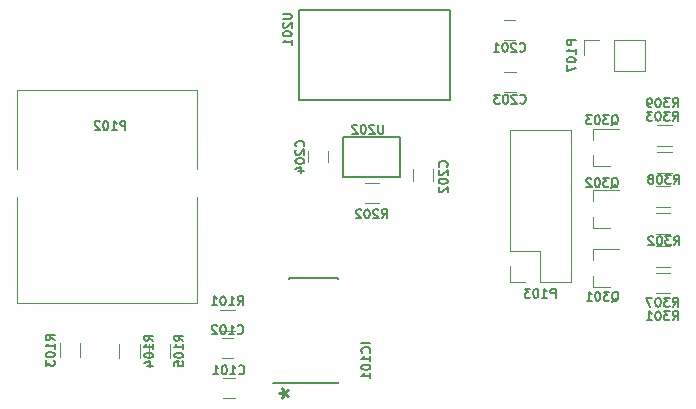
<source format=gbr>
G04 #@! TF.FileFunction,Legend,Bot*
%FSLAX46Y46*%
G04 Gerber Fmt 4.6, Leading zero omitted, Abs format (unit mm)*
G04 Created by KiCad (PCBNEW 4.0.0-rc1-stable) date 05/10/2017 19:39:07*
%MOMM*%
G01*
G04 APERTURE LIST*
%ADD10C,0.100000*%
%ADD11C,0.254000*%
%ADD12C,0.150000*%
%ADD13C,0.120000*%
%ADD14C,0.127000*%
G04 APERTURE END LIST*
D10*
D11*
X185846333Y-108470000D02*
X186269667Y-108470000D01*
X186100333Y-108046667D02*
X186269667Y-108470000D01*
X186100333Y-108893334D01*
X186608333Y-108216000D02*
X186269667Y-108470000D01*
X186608333Y-108724000D01*
D12*
X186725000Y-107650000D02*
X186725000Y-107625000D01*
X190875000Y-107650000D02*
X190875000Y-107535000D01*
X190875000Y-98750000D02*
X190875000Y-98865000D01*
X186725000Y-98750000D02*
X186725000Y-98865000D01*
X186725000Y-107650000D02*
X190875000Y-107650000D01*
X186725000Y-98750000D02*
X190875000Y-98750000D01*
X186725000Y-107625000D02*
X185350000Y-107625000D01*
D13*
X212440000Y-99480000D02*
X212440000Y-98550000D01*
X212440000Y-96320000D02*
X212440000Y-97250000D01*
X212440000Y-96320000D02*
X214600000Y-96320000D01*
X212440000Y-99480000D02*
X213900000Y-99480000D01*
X212440000Y-94480000D02*
X212440000Y-93550000D01*
X212440000Y-91320000D02*
X212440000Y-92250000D01*
X212440000Y-91320000D02*
X214600000Y-91320000D01*
X212440000Y-94480000D02*
X213900000Y-94480000D01*
X212440000Y-89280000D02*
X212440000Y-88350000D01*
X212440000Y-86120000D02*
X212440000Y-87050000D01*
X212440000Y-86120000D02*
X214600000Y-86120000D01*
X212440000Y-89280000D02*
X213900000Y-89280000D01*
D12*
X191300000Y-86800000D02*
X191300000Y-90200000D01*
X191300000Y-90200000D02*
X196100000Y-90200000D01*
X196100000Y-90200000D02*
X196100000Y-86800000D01*
X196100000Y-86800000D02*
X191300000Y-86800000D01*
X187525000Y-83675000D02*
X200325000Y-83675000D01*
X200325000Y-83675000D02*
X200325000Y-76075000D01*
X200325000Y-76075000D02*
X187525000Y-76075000D01*
X187525000Y-76075000D02*
X187525000Y-83675000D01*
D13*
X205370000Y-86260000D02*
X210570000Y-86260000D01*
X205370000Y-96480000D02*
X205370000Y-86260000D01*
X210570000Y-99080000D02*
X210570000Y-86260000D01*
X205370000Y-96480000D02*
X207970000Y-96480000D01*
X207970000Y-96480000D02*
X207970000Y-99080000D01*
X207970000Y-99080000D02*
X210570000Y-99080000D01*
X205370000Y-97750000D02*
X205370000Y-99080000D01*
X205370000Y-99080000D02*
X206700000Y-99080000D01*
X163690000Y-82840000D02*
X178930000Y-82840000D01*
X178930000Y-100870000D02*
X178920000Y-91880000D01*
X178930000Y-100870000D02*
X163690000Y-100870000D01*
X163690000Y-100870000D02*
X163690000Y-91870000D01*
X178920000Y-89540000D02*
X178930000Y-82840000D01*
X163690000Y-89550000D02*
X163690000Y-82840000D01*
X216830000Y-78570000D02*
X216830000Y-81230000D01*
X214230000Y-78570000D02*
X216830000Y-78570000D01*
X214230000Y-81230000D02*
X216830000Y-81230000D01*
X214230000Y-78570000D02*
X214230000Y-81230000D01*
X212960000Y-78570000D02*
X211630000Y-78570000D01*
X211630000Y-78570000D02*
X211630000Y-79900000D01*
X181100000Y-107220000D02*
X182100000Y-107220000D01*
X182100000Y-108920000D02*
X181100000Y-108920000D01*
X180983000Y-103798000D02*
X181983000Y-103798000D01*
X181983000Y-105498000D02*
X180983000Y-105498000D01*
X205860000Y-78610000D02*
X204860000Y-78610000D01*
X204860000Y-76910000D02*
X205860000Y-76910000D01*
X197190000Y-90520000D02*
X197190000Y-89520000D01*
X198890000Y-89520000D02*
X198890000Y-90520000D01*
X205900000Y-82990000D02*
X204900000Y-82990000D01*
X204900000Y-81290000D02*
X205900000Y-81290000D01*
X188303800Y-88968200D02*
X188303800Y-87968200D01*
X190003800Y-87968200D02*
X190003800Y-88968200D01*
X180883000Y-103242000D02*
X182083000Y-103242000D01*
X182083000Y-101482000D02*
X180883000Y-101482000D01*
X169030000Y-105470000D02*
X169030000Y-104270000D01*
X167270000Y-104270000D02*
X167270000Y-105470000D01*
X172320000Y-104320000D02*
X172320000Y-105520000D01*
X174080000Y-105520000D02*
X174080000Y-104320000D01*
X174870000Y-104320000D02*
X174870000Y-105520000D01*
X176630000Y-105520000D02*
X176630000Y-104320000D01*
X193090000Y-92440000D02*
X194290000Y-92440000D01*
X194290000Y-90680000D02*
X193090000Y-90680000D01*
X217790000Y-100060000D02*
X218990000Y-100060000D01*
X218990000Y-98300000D02*
X217790000Y-98300000D01*
X217790000Y-95010000D02*
X218990000Y-95010000D01*
X218990000Y-93250000D02*
X217790000Y-93250000D01*
X217890000Y-89860000D02*
X219090000Y-89860000D01*
X219090000Y-88100000D02*
X217890000Y-88100000D01*
X218990000Y-96050000D02*
X217790000Y-96050000D01*
X217790000Y-97810000D02*
X218990000Y-97810000D01*
X218990000Y-91000000D02*
X217790000Y-91000000D01*
X217790000Y-92760000D02*
X218990000Y-92760000D01*
X219090000Y-85800000D02*
X217890000Y-85800000D01*
X217890000Y-87560000D02*
X219090000Y-87560000D01*
D14*
X193589714Y-104270430D02*
X192827714Y-104270430D01*
X193517143Y-105068715D02*
X193553429Y-105032429D01*
X193589714Y-104923572D01*
X193589714Y-104851001D01*
X193553429Y-104742144D01*
X193480857Y-104669572D01*
X193408286Y-104633287D01*
X193263143Y-104597001D01*
X193154286Y-104597001D01*
X193009143Y-104633287D01*
X192936571Y-104669572D01*
X192864000Y-104742144D01*
X192827714Y-104851001D01*
X192827714Y-104923572D01*
X192864000Y-105032429D01*
X192900286Y-105068715D01*
X193589714Y-105794429D02*
X193589714Y-105359001D01*
X193589714Y-105576715D02*
X192827714Y-105576715D01*
X192936571Y-105504144D01*
X193009143Y-105431572D01*
X193045429Y-105359001D01*
X192827714Y-106266143D02*
X192827714Y-106338715D01*
X192864000Y-106411286D01*
X192900286Y-106447572D01*
X192972857Y-106483858D01*
X193118000Y-106520143D01*
X193299429Y-106520143D01*
X193444571Y-106483858D01*
X193517143Y-106447572D01*
X193553429Y-106411286D01*
X193589714Y-106338715D01*
X193589714Y-106266143D01*
X193553429Y-106193572D01*
X193517143Y-106157286D01*
X193444571Y-106121001D01*
X193299429Y-106084715D01*
X193118000Y-106084715D01*
X192972857Y-106121001D01*
X192900286Y-106157286D01*
X192864000Y-106193572D01*
X192827714Y-106266143D01*
X193589714Y-107245857D02*
X193589714Y-106810429D01*
X193589714Y-107028143D02*
X192827714Y-107028143D01*
X192936571Y-106955572D01*
X193009143Y-106883000D01*
X193045429Y-106810429D01*
X214031285Y-100747286D02*
X214103857Y-100711000D01*
X214176428Y-100638429D01*
X214285285Y-100529571D01*
X214357857Y-100493286D01*
X214430428Y-100493286D01*
X214394143Y-100674714D02*
X214466714Y-100638429D01*
X214539285Y-100565857D01*
X214575571Y-100420714D01*
X214575571Y-100166714D01*
X214539285Y-100021571D01*
X214466714Y-99949000D01*
X214394143Y-99912714D01*
X214249000Y-99912714D01*
X214176428Y-99949000D01*
X214103857Y-100021571D01*
X214067571Y-100166714D01*
X214067571Y-100420714D01*
X214103857Y-100565857D01*
X214176428Y-100638429D01*
X214249000Y-100674714D01*
X214394143Y-100674714D01*
X213813571Y-99912714D02*
X213341857Y-99912714D01*
X213595857Y-100203000D01*
X213486999Y-100203000D01*
X213414428Y-100239286D01*
X213378142Y-100275571D01*
X213341857Y-100348143D01*
X213341857Y-100529571D01*
X213378142Y-100602143D01*
X213414428Y-100638429D01*
X213486999Y-100674714D01*
X213704714Y-100674714D01*
X213777285Y-100638429D01*
X213813571Y-100602143D01*
X212870143Y-99912714D02*
X212797571Y-99912714D01*
X212725000Y-99949000D01*
X212688714Y-99985286D01*
X212652428Y-100057857D01*
X212616143Y-100203000D01*
X212616143Y-100384429D01*
X212652428Y-100529571D01*
X212688714Y-100602143D01*
X212725000Y-100638429D01*
X212797571Y-100674714D01*
X212870143Y-100674714D01*
X212942714Y-100638429D01*
X212979000Y-100602143D01*
X213015285Y-100529571D01*
X213051571Y-100384429D01*
X213051571Y-100203000D01*
X213015285Y-100057857D01*
X212979000Y-99985286D01*
X212942714Y-99949000D01*
X212870143Y-99912714D01*
X211890429Y-100674714D02*
X212325857Y-100674714D01*
X212108143Y-100674714D02*
X212108143Y-99912714D01*
X212180714Y-100021571D01*
X212253286Y-100094143D01*
X212325857Y-100130429D01*
X213998285Y-91117286D02*
X214070857Y-91081000D01*
X214143428Y-91008429D01*
X214252285Y-90899571D01*
X214324857Y-90863286D01*
X214397428Y-90863286D01*
X214361143Y-91044714D02*
X214433714Y-91008429D01*
X214506285Y-90935857D01*
X214542571Y-90790714D01*
X214542571Y-90536714D01*
X214506285Y-90391571D01*
X214433714Y-90319000D01*
X214361143Y-90282714D01*
X214216000Y-90282714D01*
X214143428Y-90319000D01*
X214070857Y-90391571D01*
X214034571Y-90536714D01*
X214034571Y-90790714D01*
X214070857Y-90935857D01*
X214143428Y-91008429D01*
X214216000Y-91044714D01*
X214361143Y-91044714D01*
X213780571Y-90282714D02*
X213308857Y-90282714D01*
X213562857Y-90573000D01*
X213453999Y-90573000D01*
X213381428Y-90609286D01*
X213345142Y-90645571D01*
X213308857Y-90718143D01*
X213308857Y-90899571D01*
X213345142Y-90972143D01*
X213381428Y-91008429D01*
X213453999Y-91044714D01*
X213671714Y-91044714D01*
X213744285Y-91008429D01*
X213780571Y-90972143D01*
X212837143Y-90282714D02*
X212764571Y-90282714D01*
X212692000Y-90319000D01*
X212655714Y-90355286D01*
X212619428Y-90427857D01*
X212583143Y-90573000D01*
X212583143Y-90754429D01*
X212619428Y-90899571D01*
X212655714Y-90972143D01*
X212692000Y-91008429D01*
X212764571Y-91044714D01*
X212837143Y-91044714D01*
X212909714Y-91008429D01*
X212946000Y-90972143D01*
X212982285Y-90899571D01*
X213018571Y-90754429D01*
X213018571Y-90573000D01*
X212982285Y-90427857D01*
X212946000Y-90355286D01*
X212909714Y-90319000D01*
X212837143Y-90282714D01*
X212292857Y-90355286D02*
X212256571Y-90319000D01*
X212184000Y-90282714D01*
X212002571Y-90282714D01*
X211930000Y-90319000D01*
X211893714Y-90355286D01*
X211857429Y-90427857D01*
X211857429Y-90500429D01*
X211893714Y-90609286D01*
X212329143Y-91044714D01*
X211857429Y-91044714D01*
X213998285Y-85817286D02*
X214070857Y-85781000D01*
X214143428Y-85708429D01*
X214252285Y-85599571D01*
X214324857Y-85563286D01*
X214397428Y-85563286D01*
X214361143Y-85744714D02*
X214433714Y-85708429D01*
X214506285Y-85635857D01*
X214542571Y-85490714D01*
X214542571Y-85236714D01*
X214506285Y-85091571D01*
X214433714Y-85019000D01*
X214361143Y-84982714D01*
X214216000Y-84982714D01*
X214143428Y-85019000D01*
X214070857Y-85091571D01*
X214034571Y-85236714D01*
X214034571Y-85490714D01*
X214070857Y-85635857D01*
X214143428Y-85708429D01*
X214216000Y-85744714D01*
X214361143Y-85744714D01*
X213780571Y-84982714D02*
X213308857Y-84982714D01*
X213562857Y-85273000D01*
X213453999Y-85273000D01*
X213381428Y-85309286D01*
X213345142Y-85345571D01*
X213308857Y-85418143D01*
X213308857Y-85599571D01*
X213345142Y-85672143D01*
X213381428Y-85708429D01*
X213453999Y-85744714D01*
X213671714Y-85744714D01*
X213744285Y-85708429D01*
X213780571Y-85672143D01*
X212837143Y-84982714D02*
X212764571Y-84982714D01*
X212692000Y-85019000D01*
X212655714Y-85055286D01*
X212619428Y-85127857D01*
X212583143Y-85273000D01*
X212583143Y-85454429D01*
X212619428Y-85599571D01*
X212655714Y-85672143D01*
X212692000Y-85708429D01*
X212764571Y-85744714D01*
X212837143Y-85744714D01*
X212909714Y-85708429D01*
X212946000Y-85672143D01*
X212982285Y-85599571D01*
X213018571Y-85454429D01*
X213018571Y-85273000D01*
X212982285Y-85127857D01*
X212946000Y-85055286D01*
X212909714Y-85019000D01*
X212837143Y-84982714D01*
X212329143Y-84982714D02*
X211857429Y-84982714D01*
X212111429Y-85273000D01*
X212002571Y-85273000D01*
X211930000Y-85309286D01*
X211893714Y-85345571D01*
X211857429Y-85418143D01*
X211857429Y-85599571D01*
X211893714Y-85672143D01*
X211930000Y-85708429D01*
X212002571Y-85744714D01*
X212220286Y-85744714D01*
X212292857Y-85708429D01*
X212329143Y-85672143D01*
X194688785Y-85760214D02*
X194688785Y-86377071D01*
X194652500Y-86449643D01*
X194616214Y-86485929D01*
X194543643Y-86522214D01*
X194398500Y-86522214D01*
X194325928Y-86485929D01*
X194289643Y-86449643D01*
X194253357Y-86377071D01*
X194253357Y-85760214D01*
X193926785Y-85832786D02*
X193890499Y-85796500D01*
X193817928Y-85760214D01*
X193636499Y-85760214D01*
X193563928Y-85796500D01*
X193527642Y-85832786D01*
X193491357Y-85905357D01*
X193491357Y-85977929D01*
X193527642Y-86086786D01*
X193963071Y-86522214D01*
X193491357Y-86522214D01*
X193019643Y-85760214D02*
X192947071Y-85760214D01*
X192874500Y-85796500D01*
X192838214Y-85832786D01*
X192801928Y-85905357D01*
X192765643Y-86050500D01*
X192765643Y-86231929D01*
X192801928Y-86377071D01*
X192838214Y-86449643D01*
X192874500Y-86485929D01*
X192947071Y-86522214D01*
X193019643Y-86522214D01*
X193092214Y-86485929D01*
X193128500Y-86449643D01*
X193164785Y-86377071D01*
X193201071Y-86231929D01*
X193201071Y-86050500D01*
X193164785Y-85905357D01*
X193128500Y-85832786D01*
X193092214Y-85796500D01*
X193019643Y-85760214D01*
X192475357Y-85832786D02*
X192439071Y-85796500D01*
X192366500Y-85760214D01*
X192185071Y-85760214D01*
X192112500Y-85796500D01*
X192076214Y-85832786D01*
X192039929Y-85905357D01*
X192039929Y-85977929D01*
X192076214Y-86086786D01*
X192511643Y-86522214D01*
X192039929Y-86522214D01*
X186157914Y-76384315D02*
X186774771Y-76384315D01*
X186847343Y-76420600D01*
X186883629Y-76456886D01*
X186919914Y-76529457D01*
X186919914Y-76674600D01*
X186883629Y-76747172D01*
X186847343Y-76783457D01*
X186774771Y-76819743D01*
X186157914Y-76819743D01*
X186230486Y-77146315D02*
X186194200Y-77182601D01*
X186157914Y-77255172D01*
X186157914Y-77436601D01*
X186194200Y-77509172D01*
X186230486Y-77545458D01*
X186303057Y-77581743D01*
X186375629Y-77581743D01*
X186484486Y-77545458D01*
X186919914Y-77110029D01*
X186919914Y-77581743D01*
X186157914Y-78053457D02*
X186157914Y-78126029D01*
X186194200Y-78198600D01*
X186230486Y-78234886D01*
X186303057Y-78271172D01*
X186448200Y-78307457D01*
X186629629Y-78307457D01*
X186774771Y-78271172D01*
X186847343Y-78234886D01*
X186883629Y-78198600D01*
X186919914Y-78126029D01*
X186919914Y-78053457D01*
X186883629Y-77980886D01*
X186847343Y-77944600D01*
X186774771Y-77908315D01*
X186629629Y-77872029D01*
X186448200Y-77872029D01*
X186303057Y-77908315D01*
X186230486Y-77944600D01*
X186194200Y-77980886D01*
X186157914Y-78053457D01*
X186919914Y-79033171D02*
X186919914Y-78597743D01*
X186919914Y-78815457D02*
X186157914Y-78815457D01*
X186266771Y-78742886D01*
X186339343Y-78670314D01*
X186375629Y-78597743D01*
X209258142Y-100424714D02*
X209258142Y-99662714D01*
X208967857Y-99662714D01*
X208895285Y-99699000D01*
X208859000Y-99735286D01*
X208822714Y-99807857D01*
X208822714Y-99916714D01*
X208859000Y-99989286D01*
X208895285Y-100025571D01*
X208967857Y-100061857D01*
X209258142Y-100061857D01*
X208097000Y-100424714D02*
X208532428Y-100424714D01*
X208314714Y-100424714D02*
X208314714Y-99662714D01*
X208387285Y-99771571D01*
X208459857Y-99844143D01*
X208532428Y-99880429D01*
X207625286Y-99662714D02*
X207552714Y-99662714D01*
X207480143Y-99699000D01*
X207443857Y-99735286D01*
X207407571Y-99807857D01*
X207371286Y-99953000D01*
X207371286Y-100134429D01*
X207407571Y-100279571D01*
X207443857Y-100352143D01*
X207480143Y-100388429D01*
X207552714Y-100424714D01*
X207625286Y-100424714D01*
X207697857Y-100388429D01*
X207734143Y-100352143D01*
X207770428Y-100279571D01*
X207806714Y-100134429D01*
X207806714Y-99953000D01*
X207770428Y-99807857D01*
X207734143Y-99735286D01*
X207697857Y-99699000D01*
X207625286Y-99662714D01*
X207117286Y-99662714D02*
X206645572Y-99662714D01*
X206899572Y-99953000D01*
X206790714Y-99953000D01*
X206718143Y-99989286D01*
X206681857Y-100025571D01*
X206645572Y-100098143D01*
X206645572Y-100279571D01*
X206681857Y-100352143D01*
X206718143Y-100388429D01*
X206790714Y-100424714D01*
X207008429Y-100424714D01*
X207081000Y-100388429D01*
X207117286Y-100352143D01*
X172848142Y-86224714D02*
X172848142Y-85462714D01*
X172557857Y-85462714D01*
X172485285Y-85499000D01*
X172449000Y-85535286D01*
X172412714Y-85607857D01*
X172412714Y-85716714D01*
X172449000Y-85789286D01*
X172485285Y-85825571D01*
X172557857Y-85861857D01*
X172848142Y-85861857D01*
X171687000Y-86224714D02*
X172122428Y-86224714D01*
X171904714Y-86224714D02*
X171904714Y-85462714D01*
X171977285Y-85571571D01*
X172049857Y-85644143D01*
X172122428Y-85680429D01*
X171215286Y-85462714D02*
X171142714Y-85462714D01*
X171070143Y-85499000D01*
X171033857Y-85535286D01*
X170997571Y-85607857D01*
X170961286Y-85753000D01*
X170961286Y-85934429D01*
X170997571Y-86079571D01*
X171033857Y-86152143D01*
X171070143Y-86188429D01*
X171142714Y-86224714D01*
X171215286Y-86224714D01*
X171287857Y-86188429D01*
X171324143Y-86152143D01*
X171360428Y-86079571D01*
X171396714Y-85934429D01*
X171396714Y-85753000D01*
X171360428Y-85607857D01*
X171324143Y-85535286D01*
X171287857Y-85499000D01*
X171215286Y-85462714D01*
X170671000Y-85535286D02*
X170634714Y-85499000D01*
X170562143Y-85462714D01*
X170380714Y-85462714D01*
X170308143Y-85499000D01*
X170271857Y-85535286D01*
X170235572Y-85607857D01*
X170235572Y-85680429D01*
X170271857Y-85789286D01*
X170707286Y-86224714D01*
X170235572Y-86224714D01*
X210974714Y-78611858D02*
X210212714Y-78611858D01*
X210212714Y-78902143D01*
X210249000Y-78974715D01*
X210285286Y-79011000D01*
X210357857Y-79047286D01*
X210466714Y-79047286D01*
X210539286Y-79011000D01*
X210575571Y-78974715D01*
X210611857Y-78902143D01*
X210611857Y-78611858D01*
X210974714Y-79773000D02*
X210974714Y-79337572D01*
X210974714Y-79555286D02*
X210212714Y-79555286D01*
X210321571Y-79482715D01*
X210394143Y-79410143D01*
X210430429Y-79337572D01*
X210212714Y-80244714D02*
X210212714Y-80317286D01*
X210249000Y-80389857D01*
X210285286Y-80426143D01*
X210357857Y-80462429D01*
X210503000Y-80498714D01*
X210684429Y-80498714D01*
X210829571Y-80462429D01*
X210902143Y-80426143D01*
X210938429Y-80389857D01*
X210974714Y-80317286D01*
X210974714Y-80244714D01*
X210938429Y-80172143D01*
X210902143Y-80135857D01*
X210829571Y-80099572D01*
X210684429Y-80063286D01*
X210503000Y-80063286D01*
X210357857Y-80099572D01*
X210285286Y-80135857D01*
X210249000Y-80172143D01*
X210212714Y-80244714D01*
X210212714Y-80752714D02*
X210212714Y-81260714D01*
X210974714Y-80934143D01*
X182452714Y-106842143D02*
X182489000Y-106878429D01*
X182597857Y-106914714D01*
X182670428Y-106914714D01*
X182779285Y-106878429D01*
X182851857Y-106805857D01*
X182888142Y-106733286D01*
X182924428Y-106588143D01*
X182924428Y-106479286D01*
X182888142Y-106334143D01*
X182851857Y-106261571D01*
X182779285Y-106189000D01*
X182670428Y-106152714D01*
X182597857Y-106152714D01*
X182489000Y-106189000D01*
X182452714Y-106225286D01*
X181727000Y-106914714D02*
X182162428Y-106914714D01*
X181944714Y-106914714D02*
X181944714Y-106152714D01*
X182017285Y-106261571D01*
X182089857Y-106334143D01*
X182162428Y-106370429D01*
X181255286Y-106152714D02*
X181182714Y-106152714D01*
X181110143Y-106189000D01*
X181073857Y-106225286D01*
X181037571Y-106297857D01*
X181001286Y-106443000D01*
X181001286Y-106624429D01*
X181037571Y-106769571D01*
X181073857Y-106842143D01*
X181110143Y-106878429D01*
X181182714Y-106914714D01*
X181255286Y-106914714D01*
X181327857Y-106878429D01*
X181364143Y-106842143D01*
X181400428Y-106769571D01*
X181436714Y-106624429D01*
X181436714Y-106443000D01*
X181400428Y-106297857D01*
X181364143Y-106225286D01*
X181327857Y-106189000D01*
X181255286Y-106152714D01*
X180275572Y-106914714D02*
X180711000Y-106914714D01*
X180493286Y-106914714D02*
X180493286Y-106152714D01*
X180565857Y-106261571D01*
X180638429Y-106334143D01*
X180711000Y-106370429D01*
X182335714Y-103420143D02*
X182372000Y-103456429D01*
X182480857Y-103492714D01*
X182553428Y-103492714D01*
X182662285Y-103456429D01*
X182734857Y-103383857D01*
X182771142Y-103311286D01*
X182807428Y-103166143D01*
X182807428Y-103057286D01*
X182771142Y-102912143D01*
X182734857Y-102839571D01*
X182662285Y-102767000D01*
X182553428Y-102730714D01*
X182480857Y-102730714D01*
X182372000Y-102767000D01*
X182335714Y-102803286D01*
X181610000Y-103492714D02*
X182045428Y-103492714D01*
X181827714Y-103492714D02*
X181827714Y-102730714D01*
X181900285Y-102839571D01*
X181972857Y-102912143D01*
X182045428Y-102948429D01*
X181138286Y-102730714D02*
X181065714Y-102730714D01*
X180993143Y-102767000D01*
X180956857Y-102803286D01*
X180920571Y-102875857D01*
X180884286Y-103021000D01*
X180884286Y-103202429D01*
X180920571Y-103347571D01*
X180956857Y-103420143D01*
X180993143Y-103456429D01*
X181065714Y-103492714D01*
X181138286Y-103492714D01*
X181210857Y-103456429D01*
X181247143Y-103420143D01*
X181283428Y-103347571D01*
X181319714Y-103202429D01*
X181319714Y-103021000D01*
X181283428Y-102875857D01*
X181247143Y-102803286D01*
X181210857Y-102767000D01*
X181138286Y-102730714D01*
X180594000Y-102803286D02*
X180557714Y-102767000D01*
X180485143Y-102730714D01*
X180303714Y-102730714D01*
X180231143Y-102767000D01*
X180194857Y-102803286D01*
X180158572Y-102875857D01*
X180158572Y-102948429D01*
X180194857Y-103057286D01*
X180630286Y-103492714D01*
X180158572Y-103492714D01*
X206212714Y-79532143D02*
X206249000Y-79568429D01*
X206357857Y-79604714D01*
X206430428Y-79604714D01*
X206539285Y-79568429D01*
X206611857Y-79495857D01*
X206648142Y-79423286D01*
X206684428Y-79278143D01*
X206684428Y-79169286D01*
X206648142Y-79024143D01*
X206611857Y-78951571D01*
X206539285Y-78879000D01*
X206430428Y-78842714D01*
X206357857Y-78842714D01*
X206249000Y-78879000D01*
X206212714Y-78915286D01*
X205922428Y-78915286D02*
X205886142Y-78879000D01*
X205813571Y-78842714D01*
X205632142Y-78842714D01*
X205559571Y-78879000D01*
X205523285Y-78915286D01*
X205487000Y-78987857D01*
X205487000Y-79060429D01*
X205523285Y-79169286D01*
X205958714Y-79604714D01*
X205487000Y-79604714D01*
X205015286Y-78842714D02*
X204942714Y-78842714D01*
X204870143Y-78879000D01*
X204833857Y-78915286D01*
X204797571Y-78987857D01*
X204761286Y-79133000D01*
X204761286Y-79314429D01*
X204797571Y-79459571D01*
X204833857Y-79532143D01*
X204870143Y-79568429D01*
X204942714Y-79604714D01*
X205015286Y-79604714D01*
X205087857Y-79568429D01*
X205124143Y-79532143D01*
X205160428Y-79459571D01*
X205196714Y-79314429D01*
X205196714Y-79133000D01*
X205160428Y-78987857D01*
X205124143Y-78915286D01*
X205087857Y-78879000D01*
X205015286Y-78842714D01*
X204035572Y-79604714D02*
X204471000Y-79604714D01*
X204253286Y-79604714D02*
X204253286Y-78842714D01*
X204325857Y-78951571D01*
X204398429Y-79024143D01*
X204471000Y-79060429D01*
X200043143Y-89317286D02*
X200079429Y-89281000D01*
X200115714Y-89172143D01*
X200115714Y-89099572D01*
X200079429Y-88990715D01*
X200006857Y-88918143D01*
X199934286Y-88881858D01*
X199789143Y-88845572D01*
X199680286Y-88845572D01*
X199535143Y-88881858D01*
X199462571Y-88918143D01*
X199390000Y-88990715D01*
X199353714Y-89099572D01*
X199353714Y-89172143D01*
X199390000Y-89281000D01*
X199426286Y-89317286D01*
X199426286Y-89607572D02*
X199390000Y-89643858D01*
X199353714Y-89716429D01*
X199353714Y-89897858D01*
X199390000Y-89970429D01*
X199426286Y-90006715D01*
X199498857Y-90043000D01*
X199571429Y-90043000D01*
X199680286Y-90006715D01*
X200115714Y-89571286D01*
X200115714Y-90043000D01*
X199353714Y-90514714D02*
X199353714Y-90587286D01*
X199390000Y-90659857D01*
X199426286Y-90696143D01*
X199498857Y-90732429D01*
X199644000Y-90768714D01*
X199825429Y-90768714D01*
X199970571Y-90732429D01*
X200043143Y-90696143D01*
X200079429Y-90659857D01*
X200115714Y-90587286D01*
X200115714Y-90514714D01*
X200079429Y-90442143D01*
X200043143Y-90405857D01*
X199970571Y-90369572D01*
X199825429Y-90333286D01*
X199644000Y-90333286D01*
X199498857Y-90369572D01*
X199426286Y-90405857D01*
X199390000Y-90442143D01*
X199353714Y-90514714D01*
X199426286Y-91059000D02*
X199390000Y-91095286D01*
X199353714Y-91167857D01*
X199353714Y-91349286D01*
X199390000Y-91421857D01*
X199426286Y-91458143D01*
X199498857Y-91494428D01*
X199571429Y-91494428D01*
X199680286Y-91458143D01*
X200115714Y-91022714D01*
X200115714Y-91494428D01*
X206252714Y-83912143D02*
X206289000Y-83948429D01*
X206397857Y-83984714D01*
X206470428Y-83984714D01*
X206579285Y-83948429D01*
X206651857Y-83875857D01*
X206688142Y-83803286D01*
X206724428Y-83658143D01*
X206724428Y-83549286D01*
X206688142Y-83404143D01*
X206651857Y-83331571D01*
X206579285Y-83259000D01*
X206470428Y-83222714D01*
X206397857Y-83222714D01*
X206289000Y-83259000D01*
X206252714Y-83295286D01*
X205962428Y-83295286D02*
X205926142Y-83259000D01*
X205853571Y-83222714D01*
X205672142Y-83222714D01*
X205599571Y-83259000D01*
X205563285Y-83295286D01*
X205527000Y-83367857D01*
X205527000Y-83440429D01*
X205563285Y-83549286D01*
X205998714Y-83984714D01*
X205527000Y-83984714D01*
X205055286Y-83222714D02*
X204982714Y-83222714D01*
X204910143Y-83259000D01*
X204873857Y-83295286D01*
X204837571Y-83367857D01*
X204801286Y-83513000D01*
X204801286Y-83694429D01*
X204837571Y-83839571D01*
X204873857Y-83912143D01*
X204910143Y-83948429D01*
X204982714Y-83984714D01*
X205055286Y-83984714D01*
X205127857Y-83948429D01*
X205164143Y-83912143D01*
X205200428Y-83839571D01*
X205236714Y-83694429D01*
X205236714Y-83513000D01*
X205200428Y-83367857D01*
X205164143Y-83295286D01*
X205127857Y-83259000D01*
X205055286Y-83222714D01*
X204547286Y-83222714D02*
X204075572Y-83222714D01*
X204329572Y-83513000D01*
X204220714Y-83513000D01*
X204148143Y-83549286D01*
X204111857Y-83585571D01*
X204075572Y-83658143D01*
X204075572Y-83839571D01*
X204111857Y-83912143D01*
X204148143Y-83948429D01*
X204220714Y-83984714D01*
X204438429Y-83984714D01*
X204511000Y-83948429D01*
X204547286Y-83912143D01*
X187925943Y-87615486D02*
X187962229Y-87579200D01*
X187998514Y-87470343D01*
X187998514Y-87397772D01*
X187962229Y-87288915D01*
X187889657Y-87216343D01*
X187817086Y-87180058D01*
X187671943Y-87143772D01*
X187563086Y-87143772D01*
X187417943Y-87180058D01*
X187345371Y-87216343D01*
X187272800Y-87288915D01*
X187236514Y-87397772D01*
X187236514Y-87470343D01*
X187272800Y-87579200D01*
X187309086Y-87615486D01*
X187309086Y-87905772D02*
X187272800Y-87942058D01*
X187236514Y-88014629D01*
X187236514Y-88196058D01*
X187272800Y-88268629D01*
X187309086Y-88304915D01*
X187381657Y-88341200D01*
X187454229Y-88341200D01*
X187563086Y-88304915D01*
X187998514Y-87869486D01*
X187998514Y-88341200D01*
X187236514Y-88812914D02*
X187236514Y-88885486D01*
X187272800Y-88958057D01*
X187309086Y-88994343D01*
X187381657Y-89030629D01*
X187526800Y-89066914D01*
X187708229Y-89066914D01*
X187853371Y-89030629D01*
X187925943Y-88994343D01*
X187962229Y-88958057D01*
X187998514Y-88885486D01*
X187998514Y-88812914D01*
X187962229Y-88740343D01*
X187925943Y-88704057D01*
X187853371Y-88667772D01*
X187708229Y-88631486D01*
X187526800Y-88631486D01*
X187381657Y-88667772D01*
X187309086Y-88704057D01*
X187272800Y-88740343D01*
X187236514Y-88812914D01*
X187490514Y-89720057D02*
X187998514Y-89720057D01*
X187200229Y-89538628D02*
X187744514Y-89357200D01*
X187744514Y-89828914D01*
X182335714Y-101056714D02*
X182589714Y-100693857D01*
X182771142Y-101056714D02*
X182771142Y-100294714D01*
X182480857Y-100294714D01*
X182408285Y-100331000D01*
X182372000Y-100367286D01*
X182335714Y-100439857D01*
X182335714Y-100548714D01*
X182372000Y-100621286D01*
X182408285Y-100657571D01*
X182480857Y-100693857D01*
X182771142Y-100693857D01*
X181610000Y-101056714D02*
X182045428Y-101056714D01*
X181827714Y-101056714D02*
X181827714Y-100294714D01*
X181900285Y-100403571D01*
X181972857Y-100476143D01*
X182045428Y-100512429D01*
X181138286Y-100294714D02*
X181065714Y-100294714D01*
X180993143Y-100331000D01*
X180956857Y-100367286D01*
X180920571Y-100439857D01*
X180884286Y-100585000D01*
X180884286Y-100766429D01*
X180920571Y-100911571D01*
X180956857Y-100984143D01*
X180993143Y-101020429D01*
X181065714Y-101056714D01*
X181138286Y-101056714D01*
X181210857Y-101020429D01*
X181247143Y-100984143D01*
X181283428Y-100911571D01*
X181319714Y-100766429D01*
X181319714Y-100585000D01*
X181283428Y-100439857D01*
X181247143Y-100367286D01*
X181210857Y-100331000D01*
X181138286Y-100294714D01*
X180158572Y-101056714D02*
X180594000Y-101056714D01*
X180376286Y-101056714D02*
X180376286Y-100294714D01*
X180448857Y-100403571D01*
X180521429Y-100476143D01*
X180594000Y-100512429D01*
X166844714Y-104017286D02*
X166481857Y-103763286D01*
X166844714Y-103581858D02*
X166082714Y-103581858D01*
X166082714Y-103872143D01*
X166119000Y-103944715D01*
X166155286Y-103981000D01*
X166227857Y-104017286D01*
X166336714Y-104017286D01*
X166409286Y-103981000D01*
X166445571Y-103944715D01*
X166481857Y-103872143D01*
X166481857Y-103581858D01*
X166844714Y-104743000D02*
X166844714Y-104307572D01*
X166844714Y-104525286D02*
X166082714Y-104525286D01*
X166191571Y-104452715D01*
X166264143Y-104380143D01*
X166300429Y-104307572D01*
X166082714Y-105214714D02*
X166082714Y-105287286D01*
X166119000Y-105359857D01*
X166155286Y-105396143D01*
X166227857Y-105432429D01*
X166373000Y-105468714D01*
X166554429Y-105468714D01*
X166699571Y-105432429D01*
X166772143Y-105396143D01*
X166808429Y-105359857D01*
X166844714Y-105287286D01*
X166844714Y-105214714D01*
X166808429Y-105142143D01*
X166772143Y-105105857D01*
X166699571Y-105069572D01*
X166554429Y-105033286D01*
X166373000Y-105033286D01*
X166227857Y-105069572D01*
X166155286Y-105105857D01*
X166119000Y-105142143D01*
X166082714Y-105214714D01*
X166082714Y-105722714D02*
X166082714Y-106194428D01*
X166373000Y-105940428D01*
X166373000Y-106049286D01*
X166409286Y-106121857D01*
X166445571Y-106158143D01*
X166518143Y-106194428D01*
X166699571Y-106194428D01*
X166772143Y-106158143D01*
X166808429Y-106121857D01*
X166844714Y-106049286D01*
X166844714Y-105831571D01*
X166808429Y-105759000D01*
X166772143Y-105722714D01*
X175194714Y-104067286D02*
X174831857Y-103813286D01*
X175194714Y-103631858D02*
X174432714Y-103631858D01*
X174432714Y-103922143D01*
X174469000Y-103994715D01*
X174505286Y-104031000D01*
X174577857Y-104067286D01*
X174686714Y-104067286D01*
X174759286Y-104031000D01*
X174795571Y-103994715D01*
X174831857Y-103922143D01*
X174831857Y-103631858D01*
X175194714Y-104793000D02*
X175194714Y-104357572D01*
X175194714Y-104575286D02*
X174432714Y-104575286D01*
X174541571Y-104502715D01*
X174614143Y-104430143D01*
X174650429Y-104357572D01*
X174432714Y-105264714D02*
X174432714Y-105337286D01*
X174469000Y-105409857D01*
X174505286Y-105446143D01*
X174577857Y-105482429D01*
X174723000Y-105518714D01*
X174904429Y-105518714D01*
X175049571Y-105482429D01*
X175122143Y-105446143D01*
X175158429Y-105409857D01*
X175194714Y-105337286D01*
X175194714Y-105264714D01*
X175158429Y-105192143D01*
X175122143Y-105155857D01*
X175049571Y-105119572D01*
X174904429Y-105083286D01*
X174723000Y-105083286D01*
X174577857Y-105119572D01*
X174505286Y-105155857D01*
X174469000Y-105192143D01*
X174432714Y-105264714D01*
X174686714Y-106171857D02*
X175194714Y-106171857D01*
X174396429Y-105990428D02*
X174940714Y-105809000D01*
X174940714Y-106280714D01*
X177744714Y-104067286D02*
X177381857Y-103813286D01*
X177744714Y-103631858D02*
X176982714Y-103631858D01*
X176982714Y-103922143D01*
X177019000Y-103994715D01*
X177055286Y-104031000D01*
X177127857Y-104067286D01*
X177236714Y-104067286D01*
X177309286Y-104031000D01*
X177345571Y-103994715D01*
X177381857Y-103922143D01*
X177381857Y-103631858D01*
X177744714Y-104793000D02*
X177744714Y-104357572D01*
X177744714Y-104575286D02*
X176982714Y-104575286D01*
X177091571Y-104502715D01*
X177164143Y-104430143D01*
X177200429Y-104357572D01*
X176982714Y-105264714D02*
X176982714Y-105337286D01*
X177019000Y-105409857D01*
X177055286Y-105446143D01*
X177127857Y-105482429D01*
X177273000Y-105518714D01*
X177454429Y-105518714D01*
X177599571Y-105482429D01*
X177672143Y-105446143D01*
X177708429Y-105409857D01*
X177744714Y-105337286D01*
X177744714Y-105264714D01*
X177708429Y-105192143D01*
X177672143Y-105155857D01*
X177599571Y-105119572D01*
X177454429Y-105083286D01*
X177273000Y-105083286D01*
X177127857Y-105119572D01*
X177055286Y-105155857D01*
X177019000Y-105192143D01*
X176982714Y-105264714D01*
X176982714Y-106208143D02*
X176982714Y-105845286D01*
X177345571Y-105809000D01*
X177309286Y-105845286D01*
X177273000Y-105917857D01*
X177273000Y-106099286D01*
X177309286Y-106171857D01*
X177345571Y-106208143D01*
X177418143Y-106244428D01*
X177599571Y-106244428D01*
X177672143Y-106208143D01*
X177708429Y-106171857D01*
X177744714Y-106099286D01*
X177744714Y-105917857D01*
X177708429Y-105845286D01*
X177672143Y-105809000D01*
X194527714Y-93689714D02*
X194781714Y-93326857D01*
X194963142Y-93689714D02*
X194963142Y-92927714D01*
X194672857Y-92927714D01*
X194600285Y-92964000D01*
X194564000Y-93000286D01*
X194527714Y-93072857D01*
X194527714Y-93181714D01*
X194564000Y-93254286D01*
X194600285Y-93290571D01*
X194672857Y-93326857D01*
X194963142Y-93326857D01*
X194237428Y-93000286D02*
X194201142Y-92964000D01*
X194128571Y-92927714D01*
X193947142Y-92927714D01*
X193874571Y-92964000D01*
X193838285Y-93000286D01*
X193802000Y-93072857D01*
X193802000Y-93145429D01*
X193838285Y-93254286D01*
X194273714Y-93689714D01*
X193802000Y-93689714D01*
X193330286Y-92927714D02*
X193257714Y-92927714D01*
X193185143Y-92964000D01*
X193148857Y-93000286D01*
X193112571Y-93072857D01*
X193076286Y-93218000D01*
X193076286Y-93399429D01*
X193112571Y-93544571D01*
X193148857Y-93617143D01*
X193185143Y-93653429D01*
X193257714Y-93689714D01*
X193330286Y-93689714D01*
X193402857Y-93653429D01*
X193439143Y-93617143D01*
X193475428Y-93544571D01*
X193511714Y-93399429D01*
X193511714Y-93218000D01*
X193475428Y-93072857D01*
X193439143Y-93000286D01*
X193402857Y-92964000D01*
X193330286Y-92927714D01*
X192786000Y-93000286D02*
X192749714Y-92964000D01*
X192677143Y-92927714D01*
X192495714Y-92927714D01*
X192423143Y-92964000D01*
X192386857Y-93000286D01*
X192350572Y-93072857D01*
X192350572Y-93145429D01*
X192386857Y-93254286D01*
X192822286Y-93689714D01*
X192350572Y-93689714D01*
X219165714Y-102325714D02*
X219419714Y-101962857D01*
X219601142Y-102325714D02*
X219601142Y-101563714D01*
X219310857Y-101563714D01*
X219238285Y-101600000D01*
X219202000Y-101636286D01*
X219165714Y-101708857D01*
X219165714Y-101817714D01*
X219202000Y-101890286D01*
X219238285Y-101926571D01*
X219310857Y-101962857D01*
X219601142Y-101962857D01*
X218911714Y-101563714D02*
X218440000Y-101563714D01*
X218694000Y-101854000D01*
X218585142Y-101854000D01*
X218512571Y-101890286D01*
X218476285Y-101926571D01*
X218440000Y-101999143D01*
X218440000Y-102180571D01*
X218476285Y-102253143D01*
X218512571Y-102289429D01*
X218585142Y-102325714D01*
X218802857Y-102325714D01*
X218875428Y-102289429D01*
X218911714Y-102253143D01*
X217968286Y-101563714D02*
X217895714Y-101563714D01*
X217823143Y-101600000D01*
X217786857Y-101636286D01*
X217750571Y-101708857D01*
X217714286Y-101854000D01*
X217714286Y-102035429D01*
X217750571Y-102180571D01*
X217786857Y-102253143D01*
X217823143Y-102289429D01*
X217895714Y-102325714D01*
X217968286Y-102325714D01*
X218040857Y-102289429D01*
X218077143Y-102253143D01*
X218113428Y-102180571D01*
X218149714Y-102035429D01*
X218149714Y-101854000D01*
X218113428Y-101708857D01*
X218077143Y-101636286D01*
X218040857Y-101600000D01*
X217968286Y-101563714D01*
X216988572Y-102325714D02*
X217424000Y-102325714D01*
X217206286Y-102325714D02*
X217206286Y-101563714D01*
X217278857Y-101672571D01*
X217351429Y-101745143D01*
X217424000Y-101781429D01*
X219292714Y-95975714D02*
X219546714Y-95612857D01*
X219728142Y-95975714D02*
X219728142Y-95213714D01*
X219437857Y-95213714D01*
X219365285Y-95250000D01*
X219329000Y-95286286D01*
X219292714Y-95358857D01*
X219292714Y-95467714D01*
X219329000Y-95540286D01*
X219365285Y-95576571D01*
X219437857Y-95612857D01*
X219728142Y-95612857D01*
X219038714Y-95213714D02*
X218567000Y-95213714D01*
X218821000Y-95504000D01*
X218712142Y-95504000D01*
X218639571Y-95540286D01*
X218603285Y-95576571D01*
X218567000Y-95649143D01*
X218567000Y-95830571D01*
X218603285Y-95903143D01*
X218639571Y-95939429D01*
X218712142Y-95975714D01*
X218929857Y-95975714D01*
X219002428Y-95939429D01*
X219038714Y-95903143D01*
X218095286Y-95213714D02*
X218022714Y-95213714D01*
X217950143Y-95250000D01*
X217913857Y-95286286D01*
X217877571Y-95358857D01*
X217841286Y-95504000D01*
X217841286Y-95685429D01*
X217877571Y-95830571D01*
X217913857Y-95903143D01*
X217950143Y-95939429D01*
X218022714Y-95975714D01*
X218095286Y-95975714D01*
X218167857Y-95939429D01*
X218204143Y-95903143D01*
X218240428Y-95830571D01*
X218276714Y-95685429D01*
X218276714Y-95504000D01*
X218240428Y-95358857D01*
X218204143Y-95286286D01*
X218167857Y-95250000D01*
X218095286Y-95213714D01*
X217551000Y-95286286D02*
X217514714Y-95250000D01*
X217442143Y-95213714D01*
X217260714Y-95213714D01*
X217188143Y-95250000D01*
X217151857Y-95286286D01*
X217115572Y-95358857D01*
X217115572Y-95431429D01*
X217151857Y-95540286D01*
X217587286Y-95975714D01*
X217115572Y-95975714D01*
X219165714Y-85434714D02*
X219419714Y-85071857D01*
X219601142Y-85434714D02*
X219601142Y-84672714D01*
X219310857Y-84672714D01*
X219238285Y-84709000D01*
X219202000Y-84745286D01*
X219165714Y-84817857D01*
X219165714Y-84926714D01*
X219202000Y-84999286D01*
X219238285Y-85035571D01*
X219310857Y-85071857D01*
X219601142Y-85071857D01*
X218911714Y-84672714D02*
X218440000Y-84672714D01*
X218694000Y-84963000D01*
X218585142Y-84963000D01*
X218512571Y-84999286D01*
X218476285Y-85035571D01*
X218440000Y-85108143D01*
X218440000Y-85289571D01*
X218476285Y-85362143D01*
X218512571Y-85398429D01*
X218585142Y-85434714D01*
X218802857Y-85434714D01*
X218875428Y-85398429D01*
X218911714Y-85362143D01*
X217968286Y-84672714D02*
X217895714Y-84672714D01*
X217823143Y-84709000D01*
X217786857Y-84745286D01*
X217750571Y-84817857D01*
X217714286Y-84963000D01*
X217714286Y-85144429D01*
X217750571Y-85289571D01*
X217786857Y-85362143D01*
X217823143Y-85398429D01*
X217895714Y-85434714D01*
X217968286Y-85434714D01*
X218040857Y-85398429D01*
X218077143Y-85362143D01*
X218113428Y-85289571D01*
X218149714Y-85144429D01*
X218149714Y-84963000D01*
X218113428Y-84817857D01*
X218077143Y-84745286D01*
X218040857Y-84709000D01*
X217968286Y-84672714D01*
X217460286Y-84672714D02*
X216988572Y-84672714D01*
X217242572Y-84963000D01*
X217133714Y-84963000D01*
X217061143Y-84999286D01*
X217024857Y-85035571D01*
X216988572Y-85108143D01*
X216988572Y-85289571D01*
X217024857Y-85362143D01*
X217061143Y-85398429D01*
X217133714Y-85434714D01*
X217351429Y-85434714D01*
X217424000Y-85398429D01*
X217460286Y-85362143D01*
X219165714Y-101182714D02*
X219419714Y-100819857D01*
X219601142Y-101182714D02*
X219601142Y-100420714D01*
X219310857Y-100420714D01*
X219238285Y-100457000D01*
X219202000Y-100493286D01*
X219165714Y-100565857D01*
X219165714Y-100674714D01*
X219202000Y-100747286D01*
X219238285Y-100783571D01*
X219310857Y-100819857D01*
X219601142Y-100819857D01*
X218911714Y-100420714D02*
X218440000Y-100420714D01*
X218694000Y-100711000D01*
X218585142Y-100711000D01*
X218512571Y-100747286D01*
X218476285Y-100783571D01*
X218440000Y-100856143D01*
X218440000Y-101037571D01*
X218476285Y-101110143D01*
X218512571Y-101146429D01*
X218585142Y-101182714D01*
X218802857Y-101182714D01*
X218875428Y-101146429D01*
X218911714Y-101110143D01*
X217968286Y-100420714D02*
X217895714Y-100420714D01*
X217823143Y-100457000D01*
X217786857Y-100493286D01*
X217750571Y-100565857D01*
X217714286Y-100711000D01*
X217714286Y-100892429D01*
X217750571Y-101037571D01*
X217786857Y-101110143D01*
X217823143Y-101146429D01*
X217895714Y-101182714D01*
X217968286Y-101182714D01*
X218040857Y-101146429D01*
X218077143Y-101110143D01*
X218113428Y-101037571D01*
X218149714Y-100892429D01*
X218149714Y-100711000D01*
X218113428Y-100565857D01*
X218077143Y-100493286D01*
X218040857Y-100457000D01*
X217968286Y-100420714D01*
X217460286Y-100420714D02*
X216952286Y-100420714D01*
X217278857Y-101182714D01*
X219292714Y-90768714D02*
X219546714Y-90405857D01*
X219728142Y-90768714D02*
X219728142Y-90006714D01*
X219437857Y-90006714D01*
X219365285Y-90043000D01*
X219329000Y-90079286D01*
X219292714Y-90151857D01*
X219292714Y-90260714D01*
X219329000Y-90333286D01*
X219365285Y-90369571D01*
X219437857Y-90405857D01*
X219728142Y-90405857D01*
X219038714Y-90006714D02*
X218567000Y-90006714D01*
X218821000Y-90297000D01*
X218712142Y-90297000D01*
X218639571Y-90333286D01*
X218603285Y-90369571D01*
X218567000Y-90442143D01*
X218567000Y-90623571D01*
X218603285Y-90696143D01*
X218639571Y-90732429D01*
X218712142Y-90768714D01*
X218929857Y-90768714D01*
X219002428Y-90732429D01*
X219038714Y-90696143D01*
X218095286Y-90006714D02*
X218022714Y-90006714D01*
X217950143Y-90043000D01*
X217913857Y-90079286D01*
X217877571Y-90151857D01*
X217841286Y-90297000D01*
X217841286Y-90478429D01*
X217877571Y-90623571D01*
X217913857Y-90696143D01*
X217950143Y-90732429D01*
X218022714Y-90768714D01*
X218095286Y-90768714D01*
X218167857Y-90732429D01*
X218204143Y-90696143D01*
X218240428Y-90623571D01*
X218276714Y-90478429D01*
X218276714Y-90297000D01*
X218240428Y-90151857D01*
X218204143Y-90079286D01*
X218167857Y-90043000D01*
X218095286Y-90006714D01*
X217405857Y-90333286D02*
X217478429Y-90297000D01*
X217514714Y-90260714D01*
X217551000Y-90188143D01*
X217551000Y-90151857D01*
X217514714Y-90079286D01*
X217478429Y-90043000D01*
X217405857Y-90006714D01*
X217260714Y-90006714D01*
X217188143Y-90043000D01*
X217151857Y-90079286D01*
X217115572Y-90151857D01*
X217115572Y-90188143D01*
X217151857Y-90260714D01*
X217188143Y-90297000D01*
X217260714Y-90333286D01*
X217405857Y-90333286D01*
X217478429Y-90369571D01*
X217514714Y-90405857D01*
X217551000Y-90478429D01*
X217551000Y-90623571D01*
X217514714Y-90696143D01*
X217478429Y-90732429D01*
X217405857Y-90768714D01*
X217260714Y-90768714D01*
X217188143Y-90732429D01*
X217151857Y-90696143D01*
X217115572Y-90623571D01*
X217115572Y-90478429D01*
X217151857Y-90405857D01*
X217188143Y-90369571D01*
X217260714Y-90333286D01*
X219165714Y-84291714D02*
X219419714Y-83928857D01*
X219601142Y-84291714D02*
X219601142Y-83529714D01*
X219310857Y-83529714D01*
X219238285Y-83566000D01*
X219202000Y-83602286D01*
X219165714Y-83674857D01*
X219165714Y-83783714D01*
X219202000Y-83856286D01*
X219238285Y-83892571D01*
X219310857Y-83928857D01*
X219601142Y-83928857D01*
X218911714Y-83529714D02*
X218440000Y-83529714D01*
X218694000Y-83820000D01*
X218585142Y-83820000D01*
X218512571Y-83856286D01*
X218476285Y-83892571D01*
X218440000Y-83965143D01*
X218440000Y-84146571D01*
X218476285Y-84219143D01*
X218512571Y-84255429D01*
X218585142Y-84291714D01*
X218802857Y-84291714D01*
X218875428Y-84255429D01*
X218911714Y-84219143D01*
X217968286Y-83529714D02*
X217895714Y-83529714D01*
X217823143Y-83566000D01*
X217786857Y-83602286D01*
X217750571Y-83674857D01*
X217714286Y-83820000D01*
X217714286Y-84001429D01*
X217750571Y-84146571D01*
X217786857Y-84219143D01*
X217823143Y-84255429D01*
X217895714Y-84291714D01*
X217968286Y-84291714D01*
X218040857Y-84255429D01*
X218077143Y-84219143D01*
X218113428Y-84146571D01*
X218149714Y-84001429D01*
X218149714Y-83820000D01*
X218113428Y-83674857D01*
X218077143Y-83602286D01*
X218040857Y-83566000D01*
X217968286Y-83529714D01*
X217351429Y-84291714D02*
X217206286Y-84291714D01*
X217133714Y-84255429D01*
X217097429Y-84219143D01*
X217024857Y-84110286D01*
X216988572Y-83965143D01*
X216988572Y-83674857D01*
X217024857Y-83602286D01*
X217061143Y-83566000D01*
X217133714Y-83529714D01*
X217278857Y-83529714D01*
X217351429Y-83566000D01*
X217387714Y-83602286D01*
X217424000Y-83674857D01*
X217424000Y-83856286D01*
X217387714Y-83928857D01*
X217351429Y-83965143D01*
X217278857Y-84001429D01*
X217133714Y-84001429D01*
X217061143Y-83965143D01*
X217024857Y-83928857D01*
X216988572Y-83856286D01*
M02*

</source>
